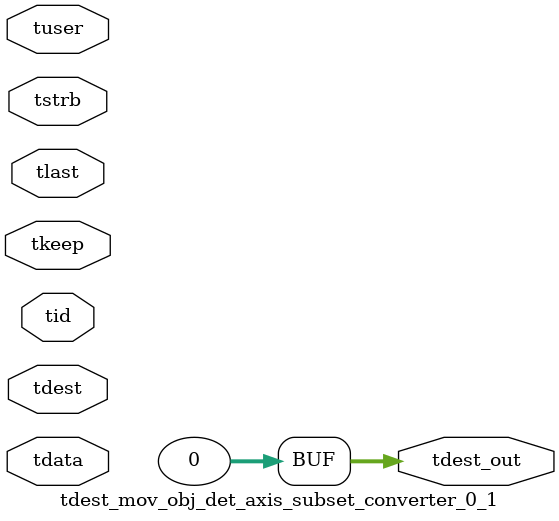
<source format=v>


`timescale 1ps/1ps

module tdest_mov_obj_det_axis_subset_converter_0_1 #
(
parameter C_S_AXIS_TDATA_WIDTH = 32,
parameter C_S_AXIS_TUSER_WIDTH = 0,
parameter C_S_AXIS_TID_WIDTH   = 0,
parameter C_S_AXIS_TDEST_WIDTH = 0,
parameter C_M_AXIS_TDEST_WIDTH = 32
)
(
input  [(C_S_AXIS_TDATA_WIDTH == 0 ? 1 : C_S_AXIS_TDATA_WIDTH)-1:0     ] tdata,
input  [(C_S_AXIS_TUSER_WIDTH == 0 ? 1 : C_S_AXIS_TUSER_WIDTH)-1:0     ] tuser,
input  [(C_S_AXIS_TID_WIDTH   == 0 ? 1 : C_S_AXIS_TID_WIDTH)-1:0       ] tid,
input  [(C_S_AXIS_TDEST_WIDTH == 0 ? 1 : C_S_AXIS_TDEST_WIDTH)-1:0     ] tdest,
input  [(C_S_AXIS_TDATA_WIDTH/8)-1:0 ] tkeep,
input  [(C_S_AXIS_TDATA_WIDTH/8)-1:0 ] tstrb,
input                                                                    tlast,
output [C_M_AXIS_TDEST_WIDTH-1:0] tdest_out
);

assign tdest_out = {1'b0};

endmodule


</source>
